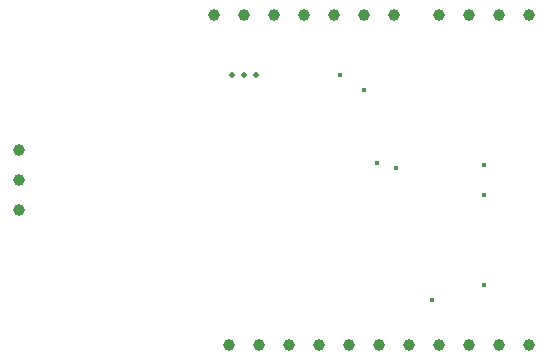
<source format=gbr>
%TF.GenerationSoftware,KiCad,Pcbnew,7.0.8*%
%TF.CreationDate,2025-03-19T21:09:48+05:30*%
%TF.ProjectId,stm32_pcb_design,73746d33-325f-4706-9362-5f6465736967,rev?*%
%TF.SameCoordinates,Original*%
%TF.FileFunction,Plated,1,2,PTH,Drill*%
%TF.FilePolarity,Positive*%
%FSLAX46Y46*%
G04 Gerber Fmt 4.6, Leading zero omitted, Abs format (unit mm)*
G04 Created by KiCad (PCBNEW 7.0.8) date 2025-03-19 21:09:48*
%MOMM*%
%LPD*%
G01*
G04 APERTURE LIST*
%TA.AperFunction,ViaDrill*%
%ADD10C,0.400000*%
%TD*%
%TA.AperFunction,ComponentDrill*%
%ADD11C,0.500000*%
%TD*%
%TA.AperFunction,ComponentDrill*%
%ADD12C,1.000000*%
%TD*%
G04 APERTURE END LIST*
D10*
X138975500Y-87668306D03*
X140970000Y-88900000D03*
X142082701Y-95092701D03*
X143660049Y-95564549D03*
X146740500Y-106680000D03*
X151130000Y-95250000D03*
X151130000Y-97790000D03*
X151130000Y-105410000D03*
D11*
%TO.C,SW1*%
X129810000Y-87630000D03*
X130810000Y-87630000D03*
X131810000Y-87630000D03*
D12*
%TO.C,PORTC*%
X111760000Y-93995000D03*
X111760000Y-96535000D03*
X111760000Y-99075000D03*
%TO.C,PORTB*%
X128270000Y-82550000D03*
%TO.C,PORTA*%
X129540000Y-110490000D03*
%TO.C,PORTB*%
X130810000Y-82550000D03*
%TO.C,PORTA*%
X132080000Y-110490000D03*
%TO.C,PORTB*%
X133350000Y-82550000D03*
%TO.C,PORTA*%
X134620000Y-110490000D03*
%TO.C,PORTB*%
X135890000Y-82550000D03*
%TO.C,PORTA*%
X137160000Y-110490000D03*
%TO.C,PORTB*%
X138430000Y-82550000D03*
%TO.C,PORTA*%
X139700000Y-110490000D03*
%TO.C,PORTB*%
X140970000Y-82550000D03*
%TO.C,PORTA*%
X142240000Y-110490000D03*
%TO.C,PORTB*%
X143510000Y-82550000D03*
%TO.C,PORTA*%
X144780000Y-110490000D03*
%TO.C,SWD*%
X147310000Y-82550000D03*
%TO.C,PORTA*%
X147320000Y-110490000D03*
%TO.C,SWD*%
X149850000Y-82550000D03*
%TO.C,PORTA*%
X149860000Y-110490000D03*
%TO.C,SWD*%
X152390000Y-82550000D03*
%TO.C,PORTA*%
X152400000Y-110490000D03*
%TO.C,SWD*%
X154930000Y-82550000D03*
%TO.C,PORTA*%
X154940000Y-110490000D03*
M02*

</source>
